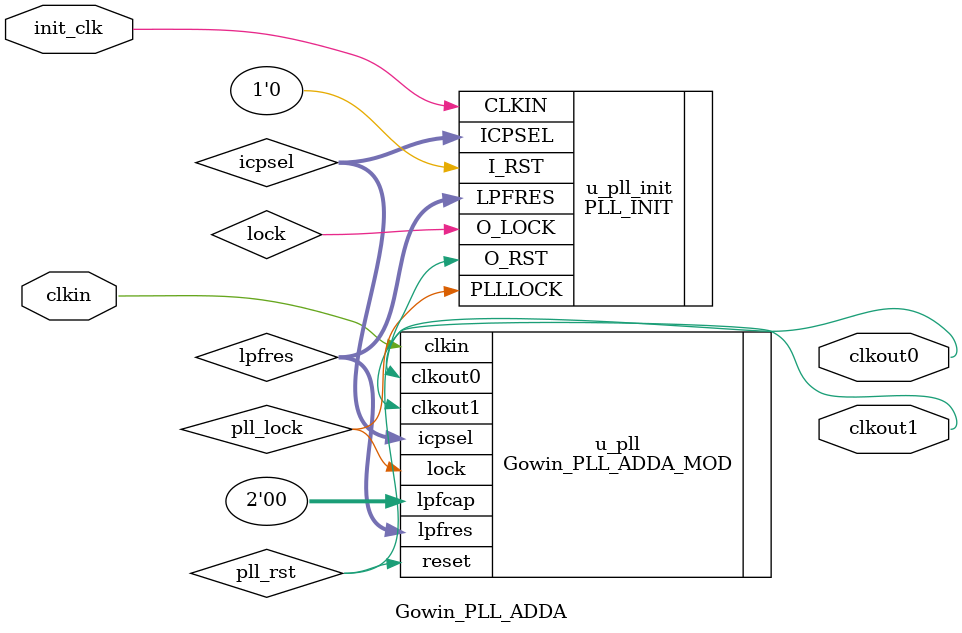
<source format=v>
module Gowin_PLL_ADDA(
    clkin,
    init_clk,
    clkout0,
    clkout1
);


input clkin;
input init_clk;
output clkout0;
output clkout1;
wire lock;
wire [5:0] icpsel;
wire [2:0] lpfres;
wire pll_lock;
wire pll_rst;


    Gowin_PLL_ADDA_MOD u_pll(
        .clkout1(clkout1),
        .clkout0(clkout0),
        .lock(pll_lock),
        .clkin(clkin),
        .reset(pll_rst),
        .icpsel(icpsel),
        .lpfres(lpfres),
        .lpfcap(2'b00)
    );


    PLL_INIT u_pll_init(
        .CLKIN(init_clk),
        .I_RST(1'b0),
        .O_RST(pll_rst),
        .PLLLOCK(pll_lock),
        .O_LOCK(lock),
        .ICPSEL(icpsel),
        .LPFRES(lpfres)
    );
    defparam u_pll_init.CLK_PERIOD = 20;
    defparam u_pll_init.MULTI_FAC = 35;


endmodule

</source>
